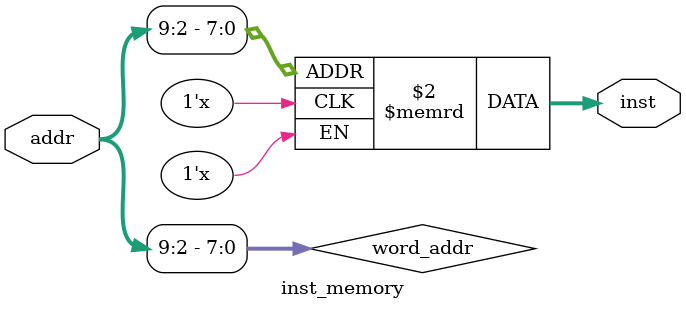
<source format=sv>
module inst_memory(
    input [9:0] addr,
    output reg [31:0] inst,
);
  
    reg [31:0] inst_mem [0:1<<8-1]; // inst memory size 1KB
    wire [7:0] word_addr = addr[9:2];

    always @(*) begin
        inst = inst_mem[word_addr];
    end

endmodule
</source>
